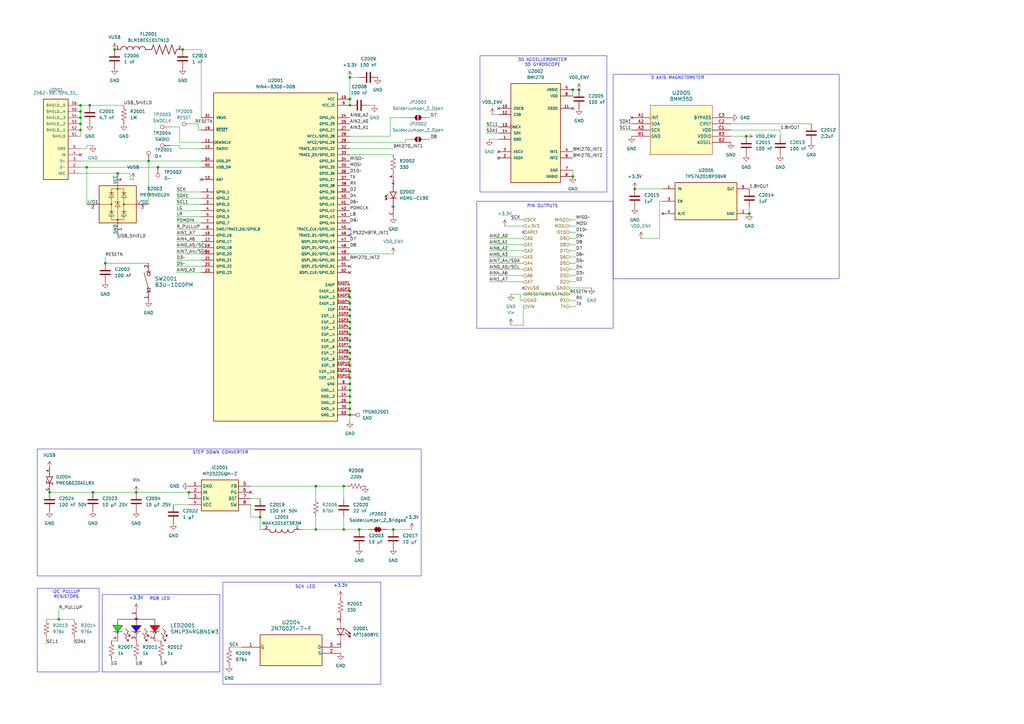
<source format=kicad_sch>
(kicad_sch (version 20231120) (generator "eeschema") (generator_version "8.0")
  (paper "A3")
  (junction (at 143.51 129.54))
  (junction (at 143.51 139.7))
  (junction (at 143.51 43.18))
  (junction (at 77.47 201.93))
  (junction (at 33.02 50.8))
  (junction (at 143.51 152.4))
  (junction (at 143.51 31.75))
  (junction (at 33.02 43.18))
  (junction (at 60.96 66.04))
  (junction (at 74.93 20.32))
  (junction (at 43.18 107.95))
  (junction (at 147.32 217.17))
  (junction (at 106.68 212.09))
  (junction (at 33.02 53.34))
  (junction (at 129.54 217.17))
  (junction (at 129.54 199.39))
  (junction (at 143.51 127))
  (junction (at 234.95 72.39))
  (junction (at 306.07 55.88))
  (junction (at 33.02 48.26))
  (junction (at 38.1 201.93))
  (junction (at 143.51 144.78))
  (junction (at 35.56 68.58))
  (junction (at 64.77 68.58))
  (junction (at 20.32 201.93))
  (junction (at 143.51 154.94))
  (junction (at 143.51 134.62))
  (junction (at 143.51 165.1))
  (junction (at 143.51 142.24))
  (junction (at 143.51 160.02))
  (junction (at 307.34 87.63))
  (junction (at 36.83 43.18))
  (junction (at 143.51 40.64))
  (junction (at 140.97 199.39))
  (junction (at 143.51 167.64))
  (junction (at 143.51 149.86))
  (junction (at 143.51 121.92))
  (junction (at 48.26 71.12))
  (junction (at 161.29 217.17))
  (junction (at 24.13 254))
  (junction (at 140.97 217.17))
  (junction (at 260.35 77.47))
  (junction (at 143.51 119.38))
  (junction (at 33.02 45.72))
  (junction (at 143.51 157.48))
  (junction (at 143.51 170.18))
  (junction (at 55.88 201.93))
  (junction (at 143.51 132.08))
  (junction (at 143.51 147.32))
  (junction (at 237.49 36.83))
  (junction (at 46.99 20.32))
  (junction (at 143.51 124.46))
  (junction (at 234.95 36.83))
  (junction (at 143.51 137.16))
  (junction (at 143.51 162.56))
  (no_connect (at 143.51 96.52))
  (no_connect (at 33.02 63.5))
  (no_connect (at 259.08 48.26))
  (no_connect (at 234.95 44.45))
  (no_connect (at 214.63 95.25))
  (no_connect (at 214.63 118.11))
  (no_connect (at 143.51 109.22))
  (no_connect (at 143.51 93.98))
  (no_connect (at 102.87 201.93))
  (no_connect (at 204.47 44.45))
  (no_connect (at 204.47 62.23))
  (no_connect (at 204.47 64.77))
  (no_connect (at 143.51 111.76))
  (no_connect (at 82.55 73.66))
  (wire (pts (xy 73.66 52.07) (xy 69.85 52.07)))
  (wire (pts (xy 77.47 201.93) (xy 77.47 204.47)))
  (wire (pts (xy 213.36 120.65) (xy 213.36 123.19)))
  (wire (pts (xy 143.51 31.75) (xy 143.51 40.64)))
  (wire (pts (xy 72.39 86.36) (xy 82.55 86.36)))
  (wire (pts (xy 33.02 71.12) (xy 48.26 71.12)))
  (wire (pts (xy 72.39 101.6) (xy 82.55 101.6)))
  (wire (pts (xy 160.02 48.26) (xy 160.02 55.88)))
  (wire (pts (xy 35.56 60.96) (xy 33.02 60.96)))
  (wire (pts (xy 33.02 45.72) (xy 33.02 48.26)))
  (wire (pts (xy 73.66 58.42) (xy 82.55 58.42)))
  (wire (pts (xy 233.68 102.87) (xy 236.22 102.87)))
  (wire (pts (xy 143.51 63.5) (xy 161.29 63.5)))
  (wire (pts (xy 142.24 199.39) (xy 140.97 199.39)))
  (wire (pts (xy 143.51 129.54) (xy 143.51 132.08)))
  (wire (pts (xy 33.02 53.34) (xy 33.02 55.88)))
  (wire (pts (xy 48.26 97.79) (xy 48.26 96.52)))
  (wire (pts (xy 33.02 48.26) (xy 33.02 50.8)))
  (wire (pts (xy 166.37 57.15) (xy 166.37 58.42)))
  (wire (pts (xy 209.55 120.65) (xy 213.36 120.65)))
  (wire (pts (xy 143.51 134.62) (xy 143.51 137.16)))
  (wire (pts (xy 233.68 118.11) (xy 242.57 118.11)))
  (wire (pts (xy 143.51 144.78) (xy 143.51 147.32)))
  (wire (pts (xy 160.02 48.26) (xy 167.64 48.26)))
  (wire (pts (xy 158.75 217.17) (xy 161.29 217.17)))
  (wire (pts (xy 33.02 68.58) (xy 35.56 68.58)))
  (wire (pts (xy 69.85 59.69) (xy 73.66 59.69)))
  (wire (pts (xy 45.72 270.51) (xy 45.72 273.05)))
  (wire (pts (xy 143.51 142.24) (xy 143.51 144.78)))
  (wire (pts (xy 270.51 97.79) (xy 270.51 82.55)))
  (wire (pts (xy 175.26 48.26) (xy 176.53 48.26)))
  (wire (pts (xy 72.39 104.14) (xy 82.55 104.14)))
  (wire (pts (xy 143.51 116.84) (xy 143.51 119.38)))
  (wire (pts (xy 200.66 115.57) (xy 214.63 115.57)))
  (wire (pts (xy 24.13 254) (xy 30.48 254)))
  (wire (pts (xy 129.54 217.17) (xy 140.97 217.17)))
  (wire (pts (xy 209.55 133.35) (xy 214.63 133.35)))
  (wire (pts (xy 123.19 217.17) (xy 129.54 217.17)))
  (wire (pts (xy 140.97 212.09) (xy 140.97 217.17)))
  (wire (pts (xy 143.51 137.16) (xy 143.51 139.7)))
  (wire (pts (xy 207.01 92.71) (xy 214.63 92.71)))
  (wire (pts (xy 33.02 43.18) (xy 33.02 45.72)))
  (wire (pts (xy 45.72 262.89) (xy 48.26 262.89)))
  (wire (pts (xy 200.66 97.79) (xy 214.63 97.79)))
  (wire (pts (xy 260.35 77.47) (xy 271.78 77.47)))
  (wire (pts (xy 72.39 106.68) (xy 82.55 106.68)))
  (wire (pts (xy 233.68 97.79) (xy 236.22 97.79)))
  (wire (pts (xy 143.51 152.4) (xy 143.51 154.94)))
  (wire (pts (xy 43.18 105.41) (xy 43.18 107.95)))
  (wire (pts (xy 73.66 60.96) (xy 82.55 60.96)))
  (wire (pts (xy 55.88 201.93) (xy 77.47 201.93)))
  (wire (pts (xy 43.18 107.95) (xy 60.96 107.95)))
  (wire (pts (xy 233.68 105.41) (xy 236.22 105.41)))
  (wire (pts (xy 307.34 85.09) (xy 307.34 87.63)))
  (wire (pts (xy 233.68 110.49) (xy 236.22 110.49)))
  (wire (pts (xy 254 53.34) (xy 259.08 53.34)))
  (wire (pts (xy 236.22 90.17) (xy 233.68 90.17)))
  (wire (pts (xy 140.97 199.39) (xy 129.54 199.39)))
  (wire (pts (xy 106.68 212.09) (xy 106.68 217.17)))
  (wire (pts (xy 66.04 262.89) (xy 63.5 262.89)))
  (wire (pts (xy 53.34 73.66) (xy 54.61 73.66)))
  (wire (pts (xy 201.93 46.99) (xy 204.47 46.99)))
  (wire (pts (xy 262.89 97.79) (xy 270.51 97.79)))
  (wire (pts (xy 161.29 217.17) (xy 168.91 217.17)))
  (wire (pts (xy 143.51 147.32) (xy 143.51 149.86)))
  (wire (pts (xy 233.68 125.73) (xy 236.22 125.73)))
  (wire (pts (xy 299.72 50.8) (xy 332.74 50.8)))
  (wire (pts (xy 143.51 154.94) (xy 143.51 157.48)))
  (wire (pts (xy 200.66 110.49) (xy 214.63 110.49)))
  (wire (pts (xy 147.32 31.75) (xy 143.51 31.75)))
  (wire (pts (xy 143.51 149.86) (xy 143.51 152.4)))
  (wire (pts (xy 209.55 90.17) (xy 214.63 90.17)))
  (wire (pts (xy 72.39 96.52) (xy 82.55 96.52)))
  (wire (pts (xy 53.34 73.66) (xy 53.34 71.12)))
  (wire (pts (xy 73.66 59.69) (xy 73.66 60.96)))
  (wire (pts (xy 20.32 201.93) (xy 38.1 201.93)))
  (wire (pts (xy 214.63 120.65) (xy 233.68 120.65)))
  (wire (pts (xy 72.39 109.22) (xy 82.55 109.22)))
  (wire (pts (xy 233.68 92.71) (xy 236.22 92.71)))
  (wire (pts (xy 233.68 95.25) (xy 236.22 95.25)))
  (wire (pts (xy 102.87 204.47) (xy 106.68 204.47)))
  (wire (pts (xy 102.87 199.39) (xy 129.54 199.39)))
  (wire (pts (xy 72.39 93.98) (xy 82.55 93.98)))
  (wire (pts (xy 143.51 139.7) (xy 143.51 142.24)))
  (wire (pts (xy 143.51 60.96) (xy 161.29 60.96)))
  (wire (pts (xy 233.68 113.03) (xy 236.22 113.03)))
  (wire (pts (xy 35.56 68.58) (xy 35.56 83.82)))
  (wire (pts (xy 72.39 81.28) (xy 82.55 81.28)))
  (wire (pts (xy 143.51 124.46) (xy 143.51 127)))
  (wire (pts (xy 213.36 123.19) (xy 214.63 123.19)))
  (wire (pts (xy 143.51 119.38) (xy 143.51 121.92)))
  (wire (pts (xy 270.51 82.55) (xy 271.78 82.55)))
  (wire (pts (xy 143.51 170.18) (xy 143.51 172.72)))
  (wire (pts (xy 200.66 102.87) (xy 214.63 102.87)))
  (wire (pts (xy 143.51 167.64) (xy 143.51 170.18)))
  (wire (pts (xy 153.67 43.18) (xy 151.13 43.18)))
  (wire (pts (xy 35.56 59.69) (xy 35.56 60.96)))
  (wire (pts (xy 199.39 54.61) (xy 204.47 54.61)))
  (wire (pts (xy 306.07 55.88) (xy 299.72 55.88)))
  (wire (pts (xy 102.87 212.09) (xy 106.68 212.09)))
  (wire (pts (xy 72.39 88.9) (xy 82.55 88.9)))
  (wire (pts (xy 166.37 57.15) (xy 167.64 57.15)))
  (wire (pts (xy 175.26 57.15) (xy 176.53 57.15)))
  (wire (pts (xy 320.04 53.34) (xy 320.04 55.88)))
  (wire (pts (xy 214.63 125.73) (xy 214.63 133.35)))
  (wire (pts (xy 143.51 165.1) (xy 143.51 167.64)))
  (wire (pts (xy 78.74 50.8) (xy 81.28 50.8)))
  (wire (pts (xy 254 50.8) (xy 259.08 50.8)))
  (wire (pts (xy 33.02 50.8) (xy 33.02 53.34)))
  (wire (pts (xy 24.13 250.19) (xy 24.13 254)))
  (wire (pts (xy 234.95 69.85) (xy 234.95 72.39)))
  (wire (pts (xy 143.51 162.56) (xy 143.51 165.1)))
  (wire (pts (xy 71.12 207.01) (xy 77.47 207.01)))
  (wire (pts (xy 200.66 100.33) (xy 214.63 100.33)))
  (wire (pts (xy 73.66 52.07) (xy 73.66 58.42)))
  (wire (pts (xy 140.97 199.39) (xy 140.97 204.47)))
  (wire (pts (xy 129.54 212.09) (xy 129.54 217.17)))
  (wire (pts (xy 64.77 68.58) (xy 82.55 68.58)))
  (wire (pts (xy 72.39 78.74) (xy 82.55 78.74)))
  (wire (pts (xy 72.39 111.76) (xy 82.55 111.76)))
  (wire (pts (xy 143.51 157.48) (xy 143.51 160.02)))
  (wire (pts (xy 160.02 55.88) (xy 143.51 55.88)))
  (wire (pts (xy 19.05 264.16) (xy 19.05 261.62)))
  (wire (pts (xy 299.72 53.34) (xy 320.04 53.34)))
  (wire (pts (xy 129.54 199.39) (xy 129.54 204.47)))
  (wire (pts (xy 74.93 20.32) (xy 82.55 20.32)))
  (wire (pts (xy 143.51 160.02) (xy 143.51 162.56)))
  (wire (pts (xy 234.95 36.83) (xy 237.49 36.83)))
  (wire (pts (xy 233.68 107.95) (xy 236.22 107.95)))
  (wire (pts (xy 30.48 264.16) (xy 30.48 261.62)))
  (wire (pts (xy 60.96 66.04) (xy 60.96 83.82)))
  (wire (pts (xy 106.68 217.17) (xy 107.95 217.17)))
  (wire (pts (xy 81.28 53.34) (xy 82.55 53.34)))
  (wire (pts (xy 199.39 52.07) (xy 204.47 52.07)))
  (wire (pts (xy 72.39 83.82) (xy 82.55 83.82)))
  (wire (pts (xy 33.02 66.04) (xy 60.96 66.04)))
  (wire (pts (xy 234.95 36.83) (xy 234.95 39.37)))
  (wire (pts (xy 102.87 207.01) (xy 102.87 212.09)))
  (wire (pts (xy 143.51 127) (xy 143.51 129.54)))
  (wire (pts (xy 143.51 104.14) (xy 161.29 104.14)))
  (wire (pts (xy 35.56 59.69) (xy 38.1 59.69)))
  (wire (pts (xy 143.51 40.64) (xy 143.51 43.18)))
  (wire (pts (xy 200.66 107.95) (xy 214.63 107.95)))
  (wire (pts (xy 82.55 20.32) (xy 82.55 48.26)))
  (wire (pts (xy 233.68 123.19) (xy 236.22 123.19)))
  (wire (pts (xy 66.04 270.51) (xy 66.04 273.05)))
  (wire (pts (xy 19.05 254) (xy 24.13 254)))
  (wire (pts (xy 55.88 270.51) (xy 55.88 273.05)))
  (wire (pts (xy 166.37 58.42) (xy 143.51 58.42)))
  (wire (pts (xy 233.68 100.33) (xy 236.22 100.33)))
  (wire (pts (xy 233.68 115.57) (xy 236.22 115.57)))
  (wire (pts (xy 143.51 132.08) (xy 143.51 134.62)))
  (wire (pts (xy 72.39 99.06) (xy 82.55 99.06)))
  (wire (pts (xy 38.1 201.93) (xy 55.88 201.93)))
  (wire (pts (xy 33.02 43.18) (xy 36.83 43.18)))
  (wire (pts (xy 140.97 217.17) (xy 147.32 217.17)))
  (wire (pts (xy 147.32 217.17) (xy 151.13 217.17)))
  (wire (pts (xy 81.28 50.8) (xy 81.28 53.34)))
  (wire (pts (xy 72.39 91.44) (xy 82.55 91.44)))
  (wire (pts (xy 93.98 265.43) (xy 99.06 265.43)))
  (wire (pts (xy 60.96 66.04) (xy 82.55 66.04)))
  (wire (pts (xy 53.34 71.12) (xy 48.26 71.12)))
  (wire (pts (xy 143.51 121.92) (xy 143.51 124.46)))
  (wire (pts (xy 35.56 68.58) (xy 64.77 68.58)))
  (wire (pts (xy 200.66 113.03) (xy 214.63 113.03)))
  (wire (pts (xy 200.66 105.41) (xy 214.63 105.41)))
  (wire (pts (xy 200.66 57.15) (xy 204.47 57.15)))
  (wire (pts (xy 36.83 43.18) (xy 50.8 43.18)))
  (rectangle (start 91.44 238.76) (end 156.21 280.67))
  (rectangle (start 195.58 82.55) (end 251.46 134.62))
  (rectangle (start 15.24 241.3) (end 40.64 275.59))
  (rectangle (start 41.91 243.84) (end 90.17 275.59))
  (rectangle (start 15.24 184.15) (end 172.72 236.22))
  (rectangle (start 251.46 30.48) (end 344.17 114.3))
  (rectangle (start 196.85 22.86) (end 248.92 78.74))
  (text "I2C PULLUP\nRESISTORS" (at 27.178 243.84 0) (effects (font (size 1.27 1.27))))
  (text "3D ACCELLEROMETER\n3D GYROSCOPE" (at 222.504 25.654 0) (effects (font (size 1.27 1.27))))
  (text "SCK LED" (at 125.222 240.792 0) (effects (font (size 1.27 1.27))))
  (text "STEP DOWN CONVERTER" (at 90.424 185.674 0) (effects (font (size 1.27 1.27))))
  (text "RGB LED" (at 65.532 245.618 0) (effects (font (size 1.27 1.27))))
  (text "3 AXIS MAGNETOMETER" (at 277.876 32.004 0) (effects (font (size 1.27 1.27))))
  (text "PIN OUTPUTS" (at 222.504 84.582 0) (effects (font (size 1.27 1.27))))
  (label "AIN3_A1" (at 143.51 53.34 0))
  (label "SCK" (at 72.39 78.74 0))
  (label "MOSI" (at 236.22 92.71 0))
  (label "RESETN" (at 43.18 105.41 0))
  (label "D9~" (at 143.51 91.44 0))
  (label "LB" (at 55.88 273.05 0))
  (label "D7" (at 236.22 102.87 0))
  (label "D3~" (at 236.22 113.03 0))
  (label "SCK" (at 93.98 265.43 0))
  (label "PDMCLK" (at 143.51 86.36 0))
  (label "AIN6_A2" (at 143.51 48.26 0))
  (label "D4" (at 143.51 81.28 0))
  (label "AIN1_A7" (at 72.39 96.52 0))
  (label "LG" (at 45.72 273.05 0))
  (label "SCL1" (at 199.39 52.07 0))
  (label "AIN2_A0" (at 200.66 97.79 0))
  (label "SDA1" (at 254 50.8 0))
  (label "MOSI" (at 143.51 68.58 0))
  (label "SCL1" (at 72.39 83.82 0))
  (label "D8" (at 176.53 57.15 0))
  (label "AIN0_A5{slash}SCL" (at 200.66 110.49 0))
  (label "USB_SHIELD" (at 48.26 97.79 0))
  (label "D3~" (at 72.39 106.68 0))
  (label "D5~" (at 236.22 107.95 0))
  (label "AIN7_A4{slash}SDA" (at 200.66 107.95 0))
  (label "AIN4_A6" (at 72.39 99.06 0))
  (label "RX" (at 236.22 123.19 0))
  (label "AIN0_A5{slash}SCL" (at 72.39 101.6 0))
  (label "MISO~" (at 236.22 90.17 0))
  (label "LB" (at 143.51 88.9 0))
  (label "LPS22HBTR_INT1" (at 143.51 96.52 0))
  (label "BMI270_INT2" (at 234.95 64.77 0))
  (label "D6~" (at 143.51 83.82 0))
  (label "RX" (at 143.51 76.2 0))
  (label "AIN5_A3" (at 200.66 105.41 0))
  (label "SDA1" (at 199.39 54.61 0))
  (label "RESETN" (at 80.01 50.8 0))
  (label "SCL1" (at 19.05 264.16 0))
  (label "MISO~" (at 143.51 66.04 0))
  (label "D8" (at 143.51 101.6 0))
  (label "LR" (at 72.39 88.9 0))
  (label "LG" (at 72.39 86.36 0))
  (label "D4" (at 236.22 110.49 0))
  (label "D7" (at 143.51 99.06 0))
  (label "BMI270_INT1" (at 161.29 60.96 0))
  (label "TX" (at 236.22 125.73 0))
  (label "D10~" (at 236.22 95.25 0))
  (label "BMI270_INT2" (at 143.51 106.68 0))
  (label "D5~" (at 72.39 109.22 0))
  (label "BMI270_INT1" (at 234.95 62.23 0))
  (label "LR" (at 66.04 273.05 0))
  (label "AIN7_A4{slash}SDA" (at 72.39 104.14 0))
  (label "R_PULLUP" (at 24.13 250.19 0))
  (label "SDA1" (at 30.48 264.16 0))
  (label "D6~" (at 236.22 105.41 0))
  (label "SCK" (at 209.55 90.17 0))
  (label "D2" (at 236.22 115.57 0))
  (label "D2" (at 143.51 78.74 0))
  (label "SCL1" (at 254 53.34 0))
  (label "AIN5_A3" (at 72.39 111.76 0))
  (label "1.8VOUT" (at 320.04 53.34 0))
  (label "AIN6_A2" (at 200.66 102.87 0))
  (label "RESETN" (at 233.68 120.65 0))
  (label "AIN2_A0" (at 143.51 50.8 0))
  (label "R_PULLUP" (at 72.39 93.98 0))
  (label "TX" (at 143.51 73.66 0))
  (label "SDA1" (at 72.39 81.28 0))
  (label "1.8VOUT" (at 307.34 77.47 0))
  (label "AIN4_A6" (at 200.66 113.03 0))
  (label "USB_SHIELD" (at 50.8 43.18 0))
  (label "D10~" (at 143.51 71.12 0))
  (label "D7" (at 176.53 48.26 0))
  (label "PDMDIN" (at 72.39 91.44 0))
  (label "AIN3_A1" (at 200.66 100.33 0))
  (label "D9~" (at 236.22 97.79 0))
  (label "AIN1_A7" (at 200.66 115.57 0))
  (label "D8" (at 236.22 100.33 0))
  (hierarchical_label "RX" (shape input) (at 233.68 123.19 180))
  (hierarchical_label "MISO" (shape input) (at 233.68 90.17 180))
  (hierarchical_label "A6" (shape input) (at 214.63 113.03 0))
  (hierarchical_label "A4" (shape input) (at 214.63 107.95 0))
  (hierarchical_label "VUSB" (shape input) (at 214.63 118.11 0))
  (hierarchical_label "+3V3" (shape input) (at 214.63 92.71 0))
  (hierarchical_label "GND" (shape input) (at 214.63 123.19 0))
  (hierarchical_label "A5" (shape input) (at 214.63 110.49 0))
  (hierarchical_label "D6" (shape input) (at 233.68 105.41 180))
  (hierarchical_label "SCK" (shape input) (at 214.63 90.17 0))
  (hierarchical_label "MOSI" (shape input) (at 233.68 92.71 180))
  (hierarchical_label "GND" (shape input) (at 233.68 118.11 180))
  (hierarchical_label "A3" (shape input) (at 214.63 105.41 0))
  (hierarchical_label "D8" (shape input) (at 233.68 100.33 180))
  (hierarchical_label "A0" (shape input) (at 214.63 97.79 0))
  (hierarchical_label "VIN" (shape input) (at 214.63 125.73 0))
  (hierarchical_label "D10" (shape input) (at 233.68 95.25 180))
  (hierarchical_label "AREF" (shape input) (at 214.63 95.25 0))
  (hierarchical_label "RESETN1" (shape input) (at 214.63 120.65 0))
  (hierarchical_label "D7" (shape input) (at 233.68 102.87 180))
  (hierarchical_label "D9" (shape input) (at 233.68 97.79 180))
  (hierarchical_label "D4" (shape input) (at 233.68 110.49 180))
  (hierarchical_label "A1" (shape input) (at 214.63 100.33 0))
  (hierarchical_label "D3" (shape input) (at 233.68 113.03 180))
  (hierarchical_label "A2" (shape input) (at 214.63 102.87 0))
  (hierarchical_label "A7" (shape input) (at 214.63 115.57 0))
  (hierarchical_label "D2" (shape input) (at 233.68 115.57 180))
  (hierarchical_label "RESETN2" (shape input) (at 233.68 120.65 180))
  (hierarchical_label "D5" (shape input) (at 233.68 107.95 180))
  (hierarchical_label "TX" (shape input) (at 233.68 125.73 180))
  (symbol (lib_id "power:GND") (at 306.07 63.5 0) (unit 1)
    (property "Reference" "#PWR02047" (effects (hide yes)))
    (property "Value" "GND" (at 306.07 68.58 0))
    (property "Description" "Power symbol creates a global label with name \"GND\" , ground" (effects (hide yes)))
  )
  (symbol (lib_id "power:VBUS") (at 46.99 20.32 0) (unit 1)
    (property "Reference" "#PWR02006" (effects (hide yes)))
    (property "Value" "VUSB" (at 46.99 15.24 0))
    (property "Description" "Power symbol creates a global label with name \"VBUS\"" (effects (hide yes)))
  )
  (symbol (lib_id "power:GND") (at 209.55 120.65 0) (unit 1)
    (property "Reference" "#PWR02010" (effects (hide yes)))
    (property "Value" "GND" (at 209.55 125.73 0))
    (property "Description" "Power symbol creates a global label with name \"GND\" , ground" (effects (hide yes)))
  )
  (symbol (lib_id "power:GND") (at 147.32 224.79 0) (unit 1)
    (property "Reference" "#PWR02027" (effects (hide yes)))
    (property "Value" "GND" (at 147.32 229.87 0))
    (property "Description" "Power symbol creates a global label with name \"GND\" , ground" (effects (hide yes)))
  )
  (symbol (lib_id "Device:C") (at 106.68 208.28 180) (unit 1)
    (property "Reference" "C2019" (at 110.49 207.0099 0) (effects (justify right)))
    (property "Value" "100 nF 50V" (at 110.49 209.5499 0) (effects (justify right)))
    (property "Footprint" "Capacitor_SMD:C_0201_0603Metric" (effects (hide yes)))
    (property "Description" "Unpolarized capacitor" (effects (hide yes)))
  )
  (symbol (lib_id "power:VDD") (at 237.49 36.83 0) (unit 1)
    (property "Reference" "#PWR02034" (effects (hide yes)))
    (property "Value" "VDD_ENV" (at 237.49 31.75 0))
    (property "Description" "Power symbol creates a global label with name \"VDD\"" (effects (hide yes)))
  )
  (symbol (lib_id "Connector:TestPoint") (at 60.96 66.04 0) (unit 1)
    (property "Reference" "TP2001" (at 63.5 61.4679 0) (effects (justify left)))
    (property "Value" "D+" (at 63.5 64.0079 0) (effects (justify left)))
    (property "Footprint" "TestPoint:TestPoint_THTPad_D1.0mm_Drill0.5mm" (effects (hide yes)))
    (property "Description" "test point" (effects (hide yes)))
  )
  (symbol (lib_id "2N7002T-7-F:2N7002T-7-F") (at 99.06 265.43 0) (unit 1)
    (property "Reference" "U2004" (at 119.38 255.27 0) (effects (font (size 1.524 1.524))))
    (property "Value" "2N7002T-7-F" (at 119.38 257.81 0) (effects (font (size 1.524 1.524))))
    (property "Footprint" "2N7002T-7-F:SOT523_2N7002T_DIO" (effects (hide yes)))
    (property "Datasheet" "2N7002T-7-F" (effects (hide yes)))
  )
  (symbol (lib_id "Connector:TestPoint") (at 69.85 59.69 90) (unit 1)
    (property "Reference" "TP2004" (at 66.548 54.61 90))
    (property "Value" "SWDIO" (at 66.548 57.15 90))
    (property "Footprint" "TestPoint:TestPoint_THTPad_D1.0mm_Drill0.5mm" (effects (hide yes)))
    (property "Description" "test point" (effects (hide yes)))
  )
  (symbol (lib_id "Power_Protection:PRTR5V0U2X") (at 48.26 83.82 0) (unit 1)
    (property "Reference" "D2003" (at 63.5 77.3998 0))
    (property "Value" "PRTR5V0U2X" (at 63.5 79.9398 0))
    (property "Footprint" "Package_TO_SOT_SMD:SOT-143" (effects (hide yes)))
    (property "Datasheet" "https://assets.nexperia.com/documents/data-sheet/PRTR5V0U2X.pdf" (effects (hide yes)))
    (property "Description" "Ultra low capacitance double rail-to-rail ESD protection diode, SOT-143" (effects (hide yes)))
  )
  (symbol (lib_id "Device:R_US") (at 93.98 269.24 0) (unit 1)
    (property "Reference" "R2009" (at 96.52 267.9699 0) (effects (justify left)))
    (property "Value" "976k" (at 96.52 270.5099 0) (effects (justify left)))
    (property "Footprint" "Resistor_SMD:R_0201_0603Metric" (effects (hide yes)))
    (property "Description" "Resistor, US symbol" (effects (hide yes)))
  )
  (symbol (lib_id "Connector:TestPoint") (at 64.77 68.58 180) (unit 1)
    (property "Reference" "TP2002" (at 67.31 70.6119 0) (effects (justify right)))
    (property "Value" "D-" (at 67.31 73.1519 0) (effects (justify right)))
    (property "Footprint" "TestPoint:TestPoint_THTPad_D1.0mm_Drill0.5mm" (effects (hide yes)))
    (property "Description" "test point" (effects (hide yes)))
  )
  (symbol (lib_id "Device:R_US") (at 66.04 266.7 0) (unit 1)
    (property "Reference" "R2012" (at 68.58 265.4299 0) (effects (justify left)))
    (property "Value" "1k" (at 68.58 267.9699 0) (effects (justify left)))
    (property "Footprint" "Resistor_SMD:R_0201_0603Metric" (effects (hide yes)))
    (property "Description" "Resistor, US symbol" (effects (hide yes)))
  )
  (symbol (lib_id "power:GND") (at 43.18 115.57 0) (unit 1)
    (property "Reference" "#PWR02016" (effects (hide yes)))
    (property "Value" "GND" (at 43.18 120.65 0))
    (property "Description" "Power symbol creates a global label with name \"GND\" , ground" (effects (hide yes)))
  )
  (symbol (lib_id "Device:C") (at 46.99 24.13 0) (unit 1)
    (property "Reference" "C2006" (at 50.8 22.8599 0) (effects (justify left)))
    (property "Value" "1 nF" (at 50.8 25.3999 0) (effects (justify left)))
    (property "Footprint" "Capacitor_SMD:C_0201_0603Metric" (effects (hide yes)))
    (property "Description" "Unpolarized capacitor" (effects (hide yes)))
  )
  (symbol (lib_id "Jumper:SolderJumper_2_Open") (at 171.45 48.26 0) (unit 1) (exclude_from_sim yes) (in_bom no)
    (property "Reference" "JP2001" (at 171.45 41.91 0))
    (property "Value" "SolderJumper_2_Open" (at 171.45 44.45 0))
    (property "Footprint" "Jumper:SolderJumper-2_P1.3mm_Open_RoundedPad1.0x1.5mm" (effects (hide yes)))
    (property "Description" "Solder Jumper, 2-pole, open" (effects (hide yes)))
  )
  (symbol (lib_id "Device:C") (at 306.07 59.69 0) (unit 1)
    (property "Reference" "C2011" (at 309.88 58.4199 0) (effects (justify left)))
    (property "Value" "100 nF" (at 309.88 60.9599 0) (effects (justify left)))
    (property "Footprint" "Capacitor_SMD:C_0201_0603Metric" (effects (hide yes)))
    (property "Description" "Unpolarized capacitor" (effects (hide yes)))
  )
  (symbol (lib_id "SMLP34RGBN1W3:SMLP34RGBN1W3") (at 55.88 250.19 270) (unit 1)
    (property "Reference" "LED2001" (at 69.85 256.5399 90) (effects (font (size 1.524 1.524)) (justify left)))
    (property "Value" "SMLP34RGBN1W3" (at 69.85 259.0799 90) (effects (font (size 1.524 1.524)) (justify left)))
    (property "Footprint" "SMLP34RGBN1W3:SMLP34_ROM" (effects (hide yes)))
    (property "Datasheet" "SMLP34RGBN1W3" (effects (hide yes)))
  )
  (symbol (lib_id "HSMG-C190:HSMG-C190") (at 161.29 81.28 90) (unit 1)
    (property "Reference" "D2002" (at 163.83 78.7399 90) (effects (justify right)))
    (property "Value" "HSMG-C190" (at 163.83 81.2799 90) (effects (justify right)))
    (property "Footprint" "HSMG-C190:HSMG-C190" (effects (hide yes)))
    (property "MANUFACTURER" "Avago Technologies" (effects (hide yes)))
  )
  (symbol (lib_id "Device:C") (at 71.12 210.82 0) (unit 1)
    (property "Reference" "C2022" (at 74.93 209.5499 0) (effects (justify left)))
    (property "Value" "1 μF" (at 74.93 212.0899 0) (effects (justify left)))
    (property "Footprint" "Capacitor_SMD:C_0201_0603Metric" (effects (hide yes)))
    (property "Description" "Unpolarized capacitor" (effects (hide yes)))
  )
  (symbol (lib_id "power:GND") (at 20.32 209.55 0) (unit 1)
    (property "Reference" "#PWR02019" (effects (hide yes)))
    (property "Value" "GND" (at 20.32 214.63 0))
    (property "Description" "Power symbol creates a global label with name \"GND\" , ground" (effects (hide yes)))
  )
  (symbol (lib_id "power:GND") (at 149.86 199.39 0) (unit 1)
    (property "Reference" "#PWR02026" (effects (hide yes)))
    (property "Value" "GND" (at 149.86 204.47 0))
    (property "Description" "Power symbol creates a global label with name \"GND\" , ground" (effects (hide yes)))
  )
  (symbol (lib_id "Device:R_US") (at 129.54 208.28 0) (unit 1)
    (property "Reference" "R2006" (at 132.08 207.0099 0) (effects (justify left)))
    (property "Value" "976k" (at 132.08 209.5499 0) (effects (justify left)))
    (property "Footprint" "Resistor_SMD:R_0201_0603Metric" (effects (hide yes)))
    (property "Description" "Resistor, US symbol" (effects (hide yes)))
  )
  (symbol (lib_id "BMI270:BMI270") (at 219.71 54.61 0) (unit 1)
    (property "Reference" "U2002" (at 219.71 29.21 0))
    (property "Value" "BMI270" (at 219.71 31.75 0))
    (property "Footprint" "BMI270:XDCR_BMI270" (effects (hide yes)))
    (property "PATREV" "1.0" (effects (hide yes)))
    (property "STANDARD" "Manufacturer Recommendations" (effects (hide yes)))
    (property "MAXIMUM_PACKAGE_HEIGHT" "0.87mm" (effects (hide yes)))
    (property "MANUFACTURER" "Bosch Sensortec" (effects (hide yes)))
  )
  (symbol (lib_id "power:GND") (at 259.08 55.88 0) (unit 1)
    (property "Reference" "#PWR02045" (effects (hide yes)))
    (property "Value" "GND" (at 259.08 60.96 0))
    (property "Description" "Power symbol creates a global label with name \"GND\" , ground" (effects (hide yes)))
  )
  (symbol (lib_id "power:VDD") (at 262.89 97.79 0) (unit 1)
    (property "Reference" "#PWR02055" (effects (hide yes)))
    (property "Value" "VDD_ENV" (at 262.89 92.71 0))
    (property "Description" "Power symbol creates a global label with name \"VDD\"" (effects (hide yes)))
  )
  (symbol (lib_id "power:GND") (at 60.96 123.19 0) (unit 1)
    (property "Reference" "#PWR02017" (effects (hide yes)))
    (property "Value" "GND" (at 60.96 128.27 0))
    (property "Description" "Power symbol creates a global label with name \"GND\" , ground" (effects (hide yes)))
  )
  (symbol (lib_id "power:GND") (at 154.94 31.75 0) (unit 1)
    (property "Reference" "#PWR02014" (effects (hide yes)))
    (property "Value" "GND" (at 154.94 36.83 0))
    (property "Description" "Power symbol creates a global label with name \"GND\" , ground" (effects (hide yes)))
  )
  (symbol (lib_id "power:GND") (at 139.7 267.97 0) (unit 1)
    (property "Reference" "#PWR02032" (effects (hide yes)))
    (property "Value" "GND" (at 139.7 273.05 0))
    (property "Description" "Power symbol creates a global label with name \"GND\" , ground" (effects (hide yes)))
  )
  (symbol (lib_id "power:VBUS") (at 55.88 201.93 0) (unit 1)
    (property "Reference" "#PWR02023" (effects (hide yes)))
    (property "Value" "Vin" (at 55.88 196.85 0))
    (property "Description" "Power symbol creates a global label with name \"VBUS\"" (effects (hide yes)))
  )
  (symbol (lib_id "Device:C") (at 307.34 81.28 0) (unit 1)
    (property "Reference" "C2014" (at 311.15 80.0099 0) (effects (justify left)))
    (property "Value" "1uF" (at 311.15 82.5499 0) (effects (justify left)))
    (property "Footprint" "Capacitor_SMD:C_0201_0603Metric" (effects (hide yes)))
    (property "Description" "Unpolarized capacitor" (effects (hide yes)))
  )
  (symbol (lib_id "power:GND") (at 71.12 214.63 0) (unit 1)
    (property "Reference" "#PWR02024" (effects (hide yes)))
    (property "Value" "GND" (at 71.12 219.71 0))
    (property "Description" "Power symbol creates a global label with name \"GND\" , ground" (effects (hide yes)))
  )
  (symbol (lib_id "power:VDD") (at 161.29 104.14 0) (unit 1)
    (property "Reference" "#PWR02011" (effects (hide yes)))
    (property "Value" "VDD_ENV" (at 161.29 99.06 0))
    (property "Description" "Power symbol creates a global label with name \"VDD\"" (effects (hide yes)))
  )
  (symbol (lib_id "power:VDD") (at 306.07 55.88 270) (unit 1)
    (property "Reference" "#PWR02051" (effects (hide yes)))
    (property "Value" "VDD_ENV" (at 309.88 55.8799 90) (effects (justify left)))
    (property "Description" "Power symbol creates a global label with name \"VDD\"" (effects (hide yes)))
  )
  (symbol (lib_id "Device:C") (at 55.88 205.74 0) (unit 1)
    (property "Reference" "C2004" (at 59.69 204.4699 0) (effects (justify left)))
    (property "Value" "10 μF 25V" (at 59.69 207.0099 0) (effects (justify left)))
    (property "Footprint" "Capacitor_SMD:C_0201_0603Metric" (effects (hide yes)))
    (property "Description" "Unpolarized capacitor" (effects (hide yes)))
  )
  (symbol (lib_id "Device:R_US") (at 30.48 257.81 0) (unit 1)
    (property "Reference" "R2014" (at 33.02 256.5399 0) (effects (justify left)))
    (property "Value" "976k" (at 33.02 259.0799 0) (effects (justify left)))
    (property "Footprint" "Resistor_SMD:R_0201_0603Metric" (effects (hide yes)))
    (property "Description" "Resistor, US symbol" (effects (hide yes)))
  )
  (symbol (lib_id "power:GND") (at 260.35 85.09 0) (unit 1)
    (property "Reference" "#PWR02053" (effects (hide yes)))
    (property "Value" "GND" (at 260.35 90.17 0))
    (property "Description" "Power symbol creates a global label with name \"GND\" , ground" (effects (hide yes)))
  )
  (symbol (lib_id "Device:C") (at 237.49 40.64 180) (unit 1)
    (property "Reference" "C2005" (at 241.3 39.3699 0) (effects (justify right)))
    (property "Value" "100 nF" (at 241.3 41.9099 0) (effects (justify right)))
    (property "Footprint" "Capacitor_SMD:C_0201_0603Metric" (effects (hide yes)))
    (property "Description" "Unpolarized capacitor" (effects (hide yes)))
  )
  (symbol (lib_id "power:GND") (at 332.74 58.42 0) (unit 1)
    (property "Reference" "#PWR02049" (effects (hide yes)))
    (property "Value" "GND" (at 332.74 63.5 0))
    (property "Description" "Power symbol creates a global label with name \"GND\" , ground" (effects (hide yes)))
  )
  (symbol (lib_id "Device:R_US") (at 45.72 266.7 0) (unit 1)
    (property "Reference" "R2007" (at 48.26 265.4299 0) (effects (justify left)))
    (property "Value" "1k" (at 48.26 267.9699 0) (effects (justify left)))
    (property "Footprint" "Resistor_SMD:R_0201_0603Metric" (effects (hide yes)))
    (property "Description" "Resistor, US symbol" (effects (hide yes)))
  )
  (symbol (lib_id "Jumper:SolderJumper_2_Open") (at 171.45 57.15 0) (unit 1) (exclude_from_sim yes) (in_bom no)
    (property "Reference" "JP2002" (at 171.45 50.8 0))
    (property "Value" "SolderJumper_2_Open" (at 171.45 53.34 0))
    (property "Footprint" "Jumper:SolderJumper-2_P1.3mm_Open_RoundedPad1.0x1.5mm" (effects (hide yes)))
    (property "Description" "Solder Jumper, 2-pole, open" (effects (hide yes)))
  )
  (symbol (lib_id "power:GND") (at 55.88 209.55 0) (unit 1)
    (property "Reference" "#PWR02021" (effects (hide yes)))
    (property "Value" "GND" (at 55.88 214.63 0))
    (property "Description" "Power symbol creates a global label with name \"GND\" , ground" (effects (hide yes)))
  )
  (symbol (lib_id "Device:C") (at 147.32 43.18 90) (unit 1)
    (property "Reference" "C2008" (at 147.32 35.56 90))
    (property "Value" "100 nF" (at 147.32 38.1 90))
    (property "Footprint" "Capacitor_SMD:C_0201_0603Metric" (effects (hide yes)))
    (property "Description" "Unpolarized capacitor" (effects (hide yes)))
  )
  (symbol (lib_id "power:GND") (at 320.04 63.5 0) (unit 1)
    (property "Reference" "#PWR02048" (effects (hide yes)))
    (property "Value" "GND" (at 320.04 68.58 0))
    (property "Description" "Power symbol creates a global label with name \"GND\" , ground" (effects (hide yes)))
  )
  (symbol (lib_id "power:GND") (at 299.72 58.42 0) (unit 1)
    (property "Reference" "#PWR02046" (effects (hide yes)))
    (property "Value" "GND" (at 299.72 63.5 0))
    (property "Description" "Power symbol creates a global label with name \"GND\" , ground" (effects (hide yes)))
  )
  (symbol (lib_id "power:GND") (at 77.47 199.39 270) (unit 1)
    (property "Reference" "#PWR02025" (effects (hide yes)))
    (property "Value" "GND" (at 73.66 199.3899 90) (effects (justify right)))
    (property "Description" "Power symbol creates a global label with name \"GND\" , ground" (effects (hide yes)))
  )
  (symbol (lib_id "Device:C") (at 151.13 31.75 90) (unit 1)
    (property "Reference" "C2009" (at 151.13 24.13 90))
    (property "Value" "100 nF" (at 151.13 26.67 90))
    (property "Footprint" "Capacitor_SMD:C_0201_0603Metric" (effects (hide yes)))
    (property "Description" "Unpolarized capacitor" (effects (hide yes)))
  )
  (symbol (lib_id "power:GND") (at 237.49 44.45 0) (unit 1)
    (property "Reference" "#PWR02035" (effects (hide yes)))
    (property "Value" "GND" (at 237.49 49.53 0))
    (property "Description" "Power symbol creates a global label with name \"GND\" , ground" (effects (hide yes)))
  )
  (symbol (lib_id "Device:R_US") (at 161.29 67.31 0) (unit 1)
    (property "Reference" "R2002" (at 163.83 66.0399 0) (effects (justify left)))
    (property "Value" "330" (at 163.83 68.5799 0) (effects (justify left)))
    (property "Footprint" "Resistor_SMD:R_0201_0603Metric" (effects (hide yes)))
    (property "Description" "Resistor, US symbol" (effects (hide yes)))
  )
  (symbol (lib_id "power:GND") (at 93.98 273.05 0) (unit 1)
    (property "Reference" "#PWR02033" (effects (hide yes)))
    (property "Value" "GND" (at 93.98 278.13 0))
    (property "Description" "Power symbol creates a global label with name \"GND\" , ground" (effects (hide yes)))
  )
  (symbol (lib_id "PMEG6020AELRX:PMEG6020AELRX") (at 20.32 196.85 270) (unit 1)
    (property "Reference" "D2004" (at 22.86 195.5799 90) (effects (justify left)))
    (property "Value" "PMEG6020AELRX" (at 22.86 198.1199 90) (effects (justify left)))
    (property "Footprint" "PMEG6020AELRX:SODFL3517X110N" (effects (hide yes)))
    (property "PARTREV" "v.4" (effects (hide yes)))
    (property "STANDARD" "IPC-7351B" (effects (hide yes)))
    (property "MAXIMUM_PACKAGE_HEIGHT" "1.1 mm" (effects (hide yes)))
    (property "MANUFACTURER" "Nexperia" (effects (hide yes)))
  )
  (symbol (lib_id "Device:C") (at 140.97 208.28 180) (unit 1)
    (property "Reference" "C2020" (at 144.78 207.0099 0) (effects (justify right)))
    (property "Value" "22 nF" (at 144.78 209.5499 0) (effects (justify right)))
    (property "Footprint" "Capacitor_SMD:C_0201_0603Metric" (effects (hide yes)))
    (property "Description" "Unpolarized capacitor" (effects (hide yes)))
  )
  (symbol (lib_id "Device:C") (at 43.18 111.76 0) (unit 1)
    (property "Reference" "C2002" (at 46.99 110.4899 0) (effects (justify left)))
    (property "Value" "100 nF" (at 46.99 113.0299 0) (effects (justify left)))
    (property "Footprint" "Capacitor_SMD:C_0201_0603Metric" (effects (hide yes)))
    (property "Description" "Unpolarized capacitor" (effects (hide yes)))
  )
  (symbol (lib_id "power:GND") (at 143.51 172.72 0) (unit 1)
    (property "Reference" "#PWR02001" (effects (hide yes)))
    (property "Value" "GND" (at 143.51 177.8 0))
    (property "Description" "Power symbol creates a global label with name \"GND\" , ground" (effects (hide yes)))
  )
  (symbol (lib_id "power:VBUS") (at 20.32 191.77 0) (unit 1)
    (property "Reference" "#PWR02018" (effects (hide yes)))
    (property "Value" "VUSB" (at 20.32 186.69 0))
    (property "Description" "Power symbol creates a global label with name \"VBUS\"" (effects (hide yes)))
  )
  (symbol (lib_id "Device:C") (at 36.83 46.99 180) (unit 1)
    (property "Reference" "C2001" (at 40.64 45.7199 0) (effects (justify right)))
    (property "Value" "4.7 nF" (at 40.64 48.2599 0) (effects (justify right)))
    (property "Footprint" "Capacitor_SMD:C_0201_0603Metric" (effects (hide yes)))
    (property "Description" "Unpolarized capacitor" (effects (hide yes)))
  )
  (symbol (lib_id "power:+3.3V") (at 55.88 250.19 0) (unit 1)
    (property "Reference" "#PWR02030" (effects (hide yes)))
    (property "Value" "+3.3V" (at 55.88 245.11 0))
    (property "Description" "Power symbol creates a global label with name \"+3.3V\"" (effects (hide yes)))
  )
  (symbol (lib_id "Connector:TestPoint") (at 78.74 50.8 90) (unit 1)
    (property "Reference" "TP2005" (at 75.438 45.72 90))
    (property "Value" "RESET" (at 75.438 48.26 90))
    (property "Footprint" "TestPoint:TestPoint_THTPad_D1.0mm_Drill0.5mm" (effects (hide yes)))
    (property "Description" "test point" (effects (hide yes)))
  )
  (symbol (lib_id "power:GND") (at 38.1 59.69 0) (unit 1)
    (property "Reference" "#PWR02005" (effects (hide yes)))
    (property "Value" "GND" (at 38.1 64.77 0))
    (property "Description" "Power symbol creates a global label with name \"GND\" , ground" (effects (hide yes)))
  )
  (symbol (lib_id "power:GND") (at 234.95 72.39 0) (unit 1)
    (property "Reference" "#PWR02036" (effects (hide yes)))
    (property "Value" "GND" (at 234.95 77.47 0))
    (property "Description" "Power symbol creates a global label with name \"GND\" , ground" (effects (hide yes)))
  )
  (symbol (lib_id "APT1608YC:APT1608YC") (at 139.7 260.35 270) (unit 1)
    (property "Reference" "D2001" (at 144.78 257.8099 90) (effects (justify left)))
    (property "Value" "APT1608YC" (at 144.78 260.3499 90) (effects (justify left)))
    (property "Footprint" "APT1608YC:LED_APT1608YC" (effects (hide yes)))
    (property "PARTREV" "V.20B" (effects (hide yes)))
    (property "STANDARD" "Manufacturer Recommendations" (effects (hide yes)))
    (property "MAXIMUM_PACKAGE_HEIGHT" "0.75mm" (effects (hide yes)))
    (property "MANUFACTURER" "Kingbright" (effects (hide yes)))
  )
  (symbol (lib_id "Device:C") (at 332.74 54.61 180) (unit 1)
    (property "Reference" "C2012" (at 336.55 53.3399 0) (effects (justify right)))
    (property "Value" "2.2uF" (at 336.55 55.8799 0) (effects (justify right)))
    (property "Footprint" "Capacitor_SMD:C_0201_0603Metric" (effects (hide yes)))
    (property "Description" "Unpolarized capacitor" (effects (hide yes)))
  )
  (symbol (lib_id "power:GND") (at 38.1 209.55 0) (unit 1)
    (property "Reference" "#PWR02020" (effects (hide yes)))
    (property "Value" "GND" (at 38.1 214.63 0))
    (property "Description" "Power symbol creates a global label with name \"GND\" , ground" (effects (hide yes)))
  )
  (symbol (lib_id "power:GND") (at 242.57 118.11 0) (unit 1)
    (property "Reference" "#PWR02009" (effects (hide yes)))
    (property "Value" "GND" (at 242.57 123.19 0))
    (property "Description" "Power symbol creates a global label with name \"GND\" , ground" (effects (hide yes)))
  )
  (symbol (lib_id "power:GND") (at 36.83 50.8 0) (unit 1)
    (property "Reference" "#PWR02003" (effects (hide yes)))
    (property "Value" "GND" (at 36.83 55.88 0))
    (property "Description" "Power symbol creates a global label with name \"GND\" , ground" (effects (hide yes)))
  )
  (symbol (lib_id "power:GND") (at 299.72 48.26 90) (unit 1)
    (property "Reference" "#PWR02050" (effects (hide yes)))
    (property "Value" "GND" (at 303.53 48.2599 90) (effects (justify right)))
    (property "Description" "Power symbol creates a global label with name \"GND\" , ground" (effects (hide yes)))
  )
  (symbol (lib_id "NINA-B306-00B:NINA-B306-00B") (at 113.03 81.28 0) (unit 1)
    (property "Reference" "U2001" (at 113.03 33.02 0))
    (property "Value" "NINA-B306-00B" (at 113.03 35.56 0))
    (property "Footprint" "NINA-B306-00B:XCVR_NINA-B306-00B" (effects (hide yes)))
    (property "Datasheet" "https://content.u-blox.com/sites/default/files/NINA-B3_DataSheet_UBX-17052099.pdf?utm_content=UBX-17052099" (effects (hide yes)))
    (property "PARTREV" "R07" (effects (hide yes)))
    (property "MANUFACTURER" "UBLOX" (effects (hide yes)))
    (property "MAXIMUM_PACKAGE_HEIGHT" "2.23mm" (effects (hide yes)))
    (property "STANDARD" "Manufacturer Recommendations" (effects (hide yes)))
  )
  (symbol (lib_id "Device:C") (at 147.32 220.98 180) (unit 1)
    (property "Reference" "C2003" (at 151.13 219.7099 0) (effects (justify right)))
    (property "Value" "10 μF" (at 151.13 222.2499 0) (effects (justify right)))
    (property "Footprint" "Capacitor_SMD:C_0201_0603Metric" (effects (hide yes)))
    (property "Description" "Unpolarized capacitor" (effects (hide yes)))
  )
  (symbol (lib_id "Device:C") (at 38.1 205.74 0) (unit 1)
    (property "Reference" "C2023" (at 41.91 204.4699 0) (effects (justify left)))
    (property "Value" "10 μF 25V" (at 41.91 207.0099 0) (effects (justify left)))
    (property "Footprint" "Capacitor_SMD:C_0201_0603Metric" (effects (hide yes)))
    (property "Description" "Unpolarized capacitor" (effects (hide yes)))
  )
  (symbol (lib_id "power:GND") (at 161.29 224.79 0) (unit 1)
    (property "Reference" "#PWR02028" (effects (hide yes)))
    (property "Value" "GND" (at 161.29 229.87 0))
    (property "Description" "Power symbol creates a global label with name \"GND\" , ground" (effects (hide yes)))
  )
  (symbol (lib_id "TPS7A2018PDBVR:TPS7A2018PDBVR") (at 289.56 82.55 0) (unit 1)
    (property "Reference" "U2006" (at 289.56 69.85 0))
    (property "Value" "TPS7A2018PDBVR" (at 289.56 72.39 0))
    (property "Footprint" "TPS7A2018PDBVR:SOT95P280X145-5N" (effects (hide yes)))
    (property "MAXIMUM_PACKAGE_HEIGHT" "1.45mm" (effects (hide yes)))
    (property "CREATOR" "ANA" (effects (hide yes)))
    (property "STANDARD" "IPC-7351B" (effects (hide yes)))
    (property "PARTREV" "H" (effects (hide yes)))
    (property "VERIFIER" "RODRIGO" (effects (hide yes)))
    (property "MANUFACTURER" "Texas Instruments" (effects (hide yes)))
  )
  (symbol (lib_id "power:VBUS") (at 54.61 73.66 0) (unit 1)
    (property "Reference" "#PWR02002" (effects (hide yes)))
    (property "Value" "VUSB" (at 54.61 68.58 0))
    (property "Description" "Power symbol creates a global label with name \"VBUS\"" (effects (hide yes)))
  )
  (symbol (lib_id "Device:C") (at 320.04 59.69 0) (unit 1)
    (property "Reference" "C2013" (at 323.85 58.4199 0) (effects (justify left)))
    (property "Value" "100 nF" (at 323.85 60.9599 0) (effects (justify left)))
    (property "Footprint" "Capacitor_SMD:C_0201_0603Metric" (effects (hide yes)))
    (property "Description" "Unpolarized capacitor" (effects (hide yes)))
  )
  (symbol (lib_id "power:GND") (at 46.99 27.94 0) (unit 1)
    (property "Reference" "#PWR02007" (effects (hide yes)))
    (property "Value" "GND" (at 46.99 33.02 0))
    (property "Description" "Power symbol creates a global label with name \"GND\" , ground" (effects (hide yes)))
  )
  (symbol (lib_id "Device:C") (at 260.35 81.28 0) (unit 1)
    (property "Reference" "C2015" (at 264.16 80.0099 0) (effects (justify left)))
    (property "Value" "1uF" (at 264.16 82.5499 0) (effects (justify left)))
    (property "Footprint" "Capacitor_SMD:C_0201_0603Metric" (effects (hide yes)))
    (property "Description" "Unpolarized capacitor" (effects (hide yes)))
  )
  (symbol (lib_id "power:VBUS") (at 209.55 133.35 0) (unit 1)
    (property "Reference" "#PWR02022" (effects (hide yes)))
    (property "Value" "Vin" (at 209.55 128.27 0))
    (property "Description" "Power symbol creates a global label with name \"VBUS\"" (effects (hide yes)))
  )
  (symbol (lib_id "Device:R_US") (at 139.7 248.92 0) (unit 1)
    (property "Reference" "R2003" (at 142.24 247.6499 0) (effects (justify left)))
    (property "Value" "330" (at 142.24 250.1899 0) (effects (justify left)))
    (property "Footprint" "Resistor_SMD:R_0201_0603Metric" (effects (hide yes)))
    (property "Description" "Resistor, US symbol" (effects (hide yes)))
  )
  (symbol (lib_id "Device:R_US") (at 50.8 46.99 0) (unit 1)
    (property "Reference" "R2001" (at 53.34 45.7199 0) (effects (justify left)))
    (property "Value" "1M" (at 53.34 48.2599 0) (effects (justify left)))
    (property "Footprint" "Resistor_SMD:R_0201_0603Metric" (effects (hide yes)))
    (property "Description" "Resistor, US symbol" (effects (hide yes)))
  )
  (symbol (lib_id "power:+3.3V") (at 143.51 31.75 0) (unit 1)
    (property "Reference" "#PWR02015" (effects (hide yes)))
    (property "Value" "+3.3V" (at 143.51 26.67 0))
    (property "Description" "Power symbol creates a global label with name \"+3.3V\"" (effects (hide yes)))
  )
  (symbol (lib_id "power:+3.3V") (at 139.7 245.11 0) (unit 1)
    (property "Reference" "#PWR02031" (effects (hide yes)))
    (property "Value" "+3.3V" (at 139.7 240.03 0))
    (property "Description" "Power symbol creates a global label with name \"+3.3V\"" (effects (hide yes)))
  )
  (symbol (lib_id "power:+3.3V") (at 168.91 217.17 0) (unit 1)
    (property "Reference" "#PWR02029" (effects (hide yes)))
    (property "Value" "+3.3V" (at 168.91 212.09 0))
    (property "Description" "Power symbol creates a global label with name \"+3.3V\"" (effects (hide yes)))
  )
  (symbol (lib_id "MP2322GQHZ:MP2322GQH-Z") (at 77.47 199.39 0) (unit 1)
    (property "Reference" "IC2001" (at 90.17 191.77 0))
    (property "Value" "MP2322GQH-Z" (at 90.17 194.31 0))
    (property "Footprint" "MP2322GQHZ:MP2322GQHZ" (effects (hide yes)))
    (property "Description" "Switching Voltage Regulators 1A, 22V, Low IQ, Synchronous Step Down Converter" (effects (hide yes)))
    (property "Height" "0.9" (effects (hide yes)))
    (property "Mouser Part Number" "946-MP2322GQH-Z" (effects (hide yes)))
    (property "Mouser Price/Stock" "https://www.mouser.co.uk/ProductDetail/Monolithic-Power-Systems-MPS/MP2322GQH-Z?qs=byeeYqUIh0PNRfOYikm40g%3D%3D" (effects (hide yes)))
    (property "Manufacturer_Name" "Monolithic Power Systems (MPS)" (effects (hide yes)))
    (property "Manufacturer_Part_Number" "MP2322GQH-Z" (effects (hide yes)))
  )
  (symbol (lib_id "power:GND") (at 50.8 50.8 0) (unit 1)
    (property "Reference" "#PWR02004" (effects (hide yes)))
    (property "Value" "GND" (at 50.8 55.88 0))
    (property "Description" "Power symbol creates a global label with name \"GND\" , ground" (effects (hide yes)))
  )
  (symbol (lib_id "power:+3.3V") (at 207.01 92.71 0) (unit 1)
    (property "Reference" "#PWR02044" (effects (hide yes)))
    (property "Value" "+3.3V" (at 207.01 87.63 0))
    (property "Description" "Power symbol creates a global label with name \"+3.3V\"" (effects (hide yes)))
  )
  (symbol (lib_id "Device:C") (at 161.29 220.98 180) (unit 1)
    (property "Reference" "C2017" (at 165.1 219.7099 0) (effects (justify right)))
    (property "Value" "10 μF" (at 165.1 222.2499 0) (effects (justify right)))
    (property "Footprint" "Capacitor_SMD:C_0201_0603Metric" (effects (hide yes)))
    (property "Description" "Unpolarized capacitor" (effects (hide yes)))
  )
  (symbol (lib_id "Device:C") (at 20.32 205.74 0) (unit 1)
    (property "Reference" "C2024" (at 24.13 204.4699 0) (effects (justify left)))
    (property "Value" "100 nF 50V" (at 24.13 207.0099 0) (effects (justify left)))
    (property "Footprint" "Capacitor_SMD:C_0201_0603Metric" (effects (hide yes)))
    (property "Description" "Unpolarized capacitor" (effects (hide yes)))
  )
  (symbol (lib_id "power:GND") (at 307.34 87.63 0) (unit 1)
    (property "Reference" "#PWR02052" (effects (hide yes)))
    (property "Value" "GND" (at 307.34 92.71 0))
    (property "Description" "Power symbol creates a global label with name \"GND\" , ground" (effects (hide yes)))
  )
  (symbol (lib_id "Device:R_US") (at 19.05 257.81 0) (unit 1)
    (property "Reference" "R2013" (at 21.59 256.5399 0) (effects (justify left)))
    (property "Value" "976k" (at 21.59 259.0799 0) (effects (justify left)))
    (property "Footprint" "Resistor_SMD:R_0201_0603Metric" (effects (hide yes)))
    (property "Description" "Resistor, US symbol" (effects (hide yes)))
  )
  (symbol (lib_id "B3U-1000PM_OMR:B3U-1000PM") (at 60.96 115.57 90) (unit 1)
    (property "Reference" "SW2001" (at 63.5 114.2999 90) (effects (font (size 1.524 1.524)) (justify right)))
    (property "Value" "B3U-1000PM" (at 63.5 116.8399 90) (effects (font (size 1.524 1.524)) (justify right)))
    (property "Footprint" "B3U-1000PM_OMR:B3U-1000PM_OMR" (effects (hide yes)))
    (property "Datasheet" "B3U-1000PM" (effects (hide yes)))
  )
  (symbol (lib_id "BLM18EG101TN1D:BLM18EG101TN1D") (at 62.23 20.32 0) (unit 1)
    (property "Reference" "FL2001" (at 60.96 13.97 0))
    (property "Value" "BLM18EG101TN1D" (at 60.96 16.51 0))
    (property "Footprint" "BLM18EG101TN1D:BEADC1608X65N" (effects (hide yes)))
  )
  (symbol (lib_id "MAKK2016T3R3M:MAKK2016T3R3M") (at 115.57 217.17 180) (unit 1)
    (property "Reference" "L2001" (at 115.57 212.09 0))
    (property "Value" "MAKK2016T3R3M" (at 115.57 214.63 0))
    (property "Footprint" "MAKK2016T3R3M:INDC2016X100N" (effects (hide yes)))
  )
  (symbol (lib_id "Device:R_US") (at 146.05 199.39 90) (unit 1)
    (property "Reference" "R2008" (at 146.05 193.04 90))
    (property "Value" "220k" (at 146.05 195.58 90))
    (property "Footprint" "Resistor_SMD:R_0201_0603Metric" (effects (hide yes)))
    (property "Description" "Resistor, US symbol" (effects (hide yes)))
  )
  (symbol (lib_id "BMM350:BMM350") (at 259.08 48.26 0) (unit 1)
    (property "Reference" "U2005" (at 279.4 38.1 0) (effects (font (size 1.524 1.524))))
    (property "Value" "BMM350" (at 279.4 40.64 0) (effects (font (size 1.524 1.524))))
    (property "Footprint" "BMM350:BGA9_BMM350_BOS" (effects (hide yes)))
    (property "Datasheet" "BMM350" (effects (hide yes)))
  )
  (symbol (lib_id "power:GND") (at 161.29 88.9 0) (unit 1)
    (property "Reference" "#PWR02012" (effects (hide yes)))
    (property "Value" "GND" (at 161.29 93.98 0))
    (property "Description" "Power symbol creates a global label with name \"GND\" , ground" (effects (hide yes)))
  )
  (symbol (lib_id "Connector:TestPoint") (at 69.85 52.07 90) (unit 1)
    (property "Reference" "TP2003" (at 66.548 46.99 90))
    (property "Value" "SWDCLK" (at 66.548 49.53 90))
    (property "Footprint" "TestPoint:TestPoint_THTPad_D1.0mm_Drill0.5mm" (effects (hide yes)))
    (property "Description" "test point" (effects (hide yes)))
  )
  (symbol (lib_id "power:GND") (at 153.67 43.18 0) (unit 1)
    (property "Reference" "#PWR02013" (effects (hide yes)))
    (property "Value" "GND" (at 153.67 48.26 0))
    (property "Description" "Power symbol creates a global label with name \"GND\" , ground" (effects (hide yes)))
  )
  (symbol (lib_id "ZX62-AB-5PA_31_:ZX62-AB-5PA_31_") (at 22.86 63.5 180) (unit 1)
    (property "Reference" "J2001" (at 22.86 36.83 0))
    (property "Value" "ZX62-AB-5PA_31_" (at 22.86 38.1 0))
    (property "Footprint" "ZX62-AB-5PA_31_:HIROSE_ZX62-AB-5PA_31_" (effects (hide yes)))
    (property "PARTREV" "Jan 1, 2022" (effects (hide yes)))
    (property "STANDARD" "Manufacturer Recommendations" (effects (hide yes)))
    (property "MAXIMUM_PACKAGE_HEIGHT" "3.00mm" (effects (hide yes)))
    (property "MANUFACTURER" "Hirose" (effects (hide yes)))
  )
  (symbol (lib_id "power:VDD") (at 201.93 46.99 0) (unit 1)
    (property "Reference" "#PWR02038" (effects (hide yes)))
    (property "Value" "VDD_ENV" (at 201.93 41.91 0))
    (property "Description" "Power symbol creates a global label with name \"VDD\"" (effects (hide yes)))
  )
  (symbol (lib_id "power:GND") (at 74.93 27.94 0) (unit 1)
    (property "Reference" "#PWR02008" (effects (hide yes)))
    (property "Value" "GND" (at 74.93 33.02 0))
    (property "Description" "Power symbol creates a global label with name \"GND\" , ground" (effects (hide yes)))
  )
  (symbol (lib_id "power:GND") (at 200.66 57.15 0) (unit 1)
    (property "Reference" "#PWR02037" (effects (hide yes)))
    (property "Value" "GND" (at 200.66 62.23 0))
    (property "Description" "Power symbol creates a global label with name \"GND\" , ground" (effects (hide yes)))
  )
  (symbol (lib_id "Device:C") (at 74.93 24.13 0) (unit 1)
    (property "Reference" "C2010" (at 78.74 22.8599 0) (effects (justify left)))
    (property "Value" "1 nF" (at 78.74 25.3999 0) (effects (justify left)))
    (property "Footprint" "Capacitor_SMD:C_0201_0603Metric" (effects (hide yes)))
    (property "Description" "Unpolarized capacitor" (effects (hide yes)))
  )
  (symbol (lib_id "Jumper:SolderJumper_2_Bridged") (at 154.94 217.17 0) (unit 1) (exclude_from_sim yes) (in_bom no)
    (property "Reference" "JP2003" (at 154.94 210.82 0))
    (property "Value" "SolderJumper_2_Bridged" (at 154.94 213.36 0))
    (property "Footprint" "Jumper:SolderJumper-2_P1.3mm_Bridged2Bar_RoundedPad1.0x1.5mm" (effects (hide yes)))
    (property "Description" "Solder Jumper, 2-pole, closed/bridged" (effects (hide yes)))
  )
  (symbol (lib_id "power:+3.3V") (at 260.35 77.47 0) (unit 1)
    (property "Reference" "#PWR02054" (effects (hide yes)))
    (property "Value" "+3.3V" (at 260.35 72.39 0))
    (property "Description" "Power symbol creates a global label with name \"+3.3V\"" (effects (hide yes)))
  )
  (symbol (lib_id "Device:R_US") (at 55.88 266.7 0) (unit 1)
    (property "Reference" "R2011" (at 58.42 265.4299 0) (effects (justify left)))
    (property "Value" "1k" (at 58.42 267.9699 0) (effects (justify left)))
    (property "Footprint" "Resistor_SMD:R_0201_0603Metric" (effects (hide yes)))
    (property "Description" "Resistor, US symbol" (effects (hide yes)))
  )
  (symbol (lib_id "Connector:TestPoint") (at 143.51 170.18 270) (unit 1)
    (property "Reference" "TPGND2001" (at 148.59 168.9099 90) (effects (justify left)))
    (property "Value" "GND" (at 148.59 171.4499 90) (effects (justify left)))
    (property "Footprint" "TestPoint:TestPoint_THTPad_D1.0mm_Drill0.5mm" (effects (hide yes)))
    (property "Description" "test point" (effects (hide yes)))
  )
)
</source>
